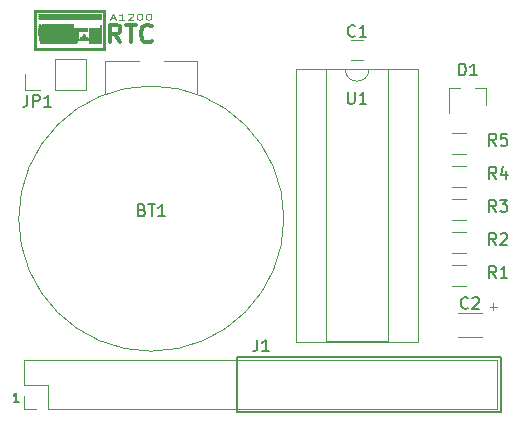
<source format=gto>
G04 #@! TF.GenerationSoftware,KiCad,Pcbnew,5.0.2-bee76a0~70~ubuntu16.04.1*
G04 #@! TF.CreationDate,2019-01-05T22:09:08+01:00*
G04 #@! TF.ProjectId,OpenA1200RTC,4f70656e-4131-4323-9030-5254432e6b69,rev?*
G04 #@! TF.SameCoordinates,Original*
G04 #@! TF.FileFunction,Legend,Top*
G04 #@! TF.FilePolarity,Positive*
%FSLAX46Y46*%
G04 Gerber Fmt 4.6, Leading zero omitted, Abs format (unit mm)*
G04 Created by KiCad (PCBNEW 5.0.2-bee76a0~70~ubuntu16.04.1) date sab 05 gen 2019 22:09:08 CET*
%MOMM*%
%LPD*%
G01*
G04 APERTURE LIST*
%ADD10C,0.150000*%
%ADD11C,0.100000*%
%ADD12C,0.300000*%
%ADD13C,0.200000*%
%ADD14C,0.120000*%
%ADD15C,0.010000*%
G04 APERTURE END LIST*
D10*
X145186400Y-103710400D02*
X167500000Y-103710400D01*
X167500000Y-108350000D02*
X145186400Y-108350000D01*
X145186400Y-103710400D02*
X145186400Y-108350000D01*
X167500000Y-103710400D02*
X167500000Y-108350000D01*
D11*
X134505914Y-74987933D02*
X134886866Y-74987933D01*
X134429723Y-75130790D02*
X134696390Y-74630790D01*
X134963057Y-75130790D01*
X135648771Y-75130790D02*
X135191628Y-75130790D01*
X135420200Y-75130790D02*
X135420200Y-74630790D01*
X135344009Y-74702219D01*
X135267819Y-74749838D01*
X135191628Y-74773647D01*
X135953533Y-74678409D02*
X135991628Y-74654600D01*
X136067819Y-74630790D01*
X136258295Y-74630790D01*
X136334485Y-74654600D01*
X136372580Y-74678409D01*
X136410676Y-74726028D01*
X136410676Y-74773647D01*
X136372580Y-74845076D01*
X135915438Y-75130790D01*
X136410676Y-75130790D01*
X136905914Y-74630790D02*
X136982104Y-74630790D01*
X137058295Y-74654600D01*
X137096390Y-74678409D01*
X137134485Y-74726028D01*
X137172580Y-74821266D01*
X137172580Y-74940314D01*
X137134485Y-75035552D01*
X137096390Y-75083171D01*
X137058295Y-75106980D01*
X136982104Y-75130790D01*
X136905914Y-75130790D01*
X136829723Y-75106980D01*
X136791628Y-75083171D01*
X136753533Y-75035552D01*
X136715438Y-74940314D01*
X136715438Y-74821266D01*
X136753533Y-74726028D01*
X136791628Y-74678409D01*
X136829723Y-74654600D01*
X136905914Y-74630790D01*
X137667819Y-74630790D02*
X137744009Y-74630790D01*
X137820200Y-74654600D01*
X137858295Y-74678409D01*
X137896390Y-74726028D01*
X137934485Y-74821266D01*
X137934485Y-74940314D01*
X137896390Y-75035552D01*
X137858295Y-75083171D01*
X137820200Y-75106980D01*
X137744009Y-75130790D01*
X137667819Y-75130790D01*
X137591628Y-75106980D01*
X137553533Y-75083171D01*
X137515438Y-75035552D01*
X137477342Y-74940314D01*
X137477342Y-74821266D01*
X137515438Y-74726028D01*
X137553533Y-74678409D01*
X137591628Y-74654600D01*
X137667819Y-74630790D01*
D12*
X135312257Y-77056371D02*
X134812257Y-76342085D01*
X134455114Y-77056371D02*
X134455114Y-75556371D01*
X135026542Y-75556371D01*
X135169400Y-75627800D01*
X135240828Y-75699228D01*
X135312257Y-75842085D01*
X135312257Y-76056371D01*
X135240828Y-76199228D01*
X135169400Y-76270657D01*
X135026542Y-76342085D01*
X134455114Y-76342085D01*
X135740828Y-75556371D02*
X136597971Y-75556371D01*
X136169400Y-77056371D02*
X136169400Y-75556371D01*
X137955114Y-76913514D02*
X137883685Y-76984942D01*
X137669400Y-77056371D01*
X137526542Y-77056371D01*
X137312257Y-76984942D01*
X137169400Y-76842085D01*
X137097971Y-76699228D01*
X137026542Y-76413514D01*
X137026542Y-76199228D01*
X137097971Y-75913514D01*
X137169400Y-75770657D01*
X137312257Y-75627800D01*
X137526542Y-75556371D01*
X137669400Y-75556371D01*
X137883685Y-75627800D01*
X137955114Y-75699228D01*
D11*
X166573238Y-99447342D02*
X167182761Y-99447342D01*
X166878000Y-99752104D02*
X166878000Y-99142580D01*
D13*
X126720571Y-107524504D02*
X126263428Y-107524504D01*
X126492000Y-107524504D02*
X126492000Y-106724504D01*
X126415809Y-106838790D01*
X126339619Y-106914980D01*
X126263428Y-106953076D01*
D14*
G04 #@! TO.C,U1*
X160486400Y-79280400D02*
X150206400Y-79280400D01*
X160486400Y-102380400D02*
X160486400Y-79280400D01*
X150206400Y-102380400D02*
X160486400Y-102380400D01*
X150206400Y-79280400D02*
X150206400Y-102380400D01*
X157996400Y-79340400D02*
X156346400Y-79340400D01*
X157996400Y-102320400D02*
X157996400Y-79340400D01*
X152696400Y-102320400D02*
X157996400Y-102320400D01*
X152696400Y-79340400D02*
X152696400Y-102320400D01*
X154346400Y-79340400D02*
X152696400Y-79340400D01*
X156346400Y-79340400D02*
G75*
G02X154346400Y-79340400I-1000000J0D01*
G01*
D15*
G04 #@! TO.C,V2*
G36*
X131651083Y-74642802D02*
X132185753Y-74644800D01*
X132641641Y-74648111D01*
X133017779Y-74652719D01*
X133313196Y-74658610D01*
X133526924Y-74665767D01*
X133657993Y-74674176D01*
X133705434Y-74683821D01*
X133705600Y-74684467D01*
X133663433Y-74694188D01*
X133537577Y-74702675D01*
X133329001Y-74709912D01*
X133038676Y-74715882D01*
X132667569Y-74720571D01*
X132216651Y-74723964D01*
X131686890Y-74726044D01*
X131079255Y-74726797D01*
X131038600Y-74726800D01*
X130426117Y-74726131D01*
X129891447Y-74724133D01*
X129435559Y-74720822D01*
X129059422Y-74716214D01*
X128764004Y-74710323D01*
X128550277Y-74703166D01*
X128419208Y-74694757D01*
X128371766Y-74685112D01*
X128371600Y-74684467D01*
X128413768Y-74674745D01*
X128539624Y-74666258D01*
X128748199Y-74659021D01*
X129038525Y-74653051D01*
X129409631Y-74648362D01*
X129860550Y-74644969D01*
X130390311Y-74642889D01*
X130997945Y-74642136D01*
X131038600Y-74642133D01*
X131651083Y-74642802D01*
X131651083Y-74642802D01*
G37*
X131651083Y-74642802D02*
X132185753Y-74644800D01*
X132641641Y-74648111D01*
X133017779Y-74652719D01*
X133313196Y-74658610D01*
X133526924Y-74665767D01*
X133657993Y-74674176D01*
X133705434Y-74683821D01*
X133705600Y-74684467D01*
X133663433Y-74694188D01*
X133537577Y-74702675D01*
X133329001Y-74709912D01*
X133038676Y-74715882D01*
X132667569Y-74720571D01*
X132216651Y-74723964D01*
X131686890Y-74726044D01*
X131079255Y-74726797D01*
X131038600Y-74726800D01*
X130426117Y-74726131D01*
X129891447Y-74724133D01*
X129435559Y-74720822D01*
X129059422Y-74716214D01*
X128764004Y-74710323D01*
X128550277Y-74703166D01*
X128419208Y-74694757D01*
X128371766Y-74685112D01*
X128371600Y-74684467D01*
X128413768Y-74674745D01*
X128539624Y-74666258D01*
X128748199Y-74659021D01*
X129038525Y-74653051D01*
X129409631Y-74648362D01*
X129860550Y-74644969D01*
X130390311Y-74642889D01*
X130997945Y-74642136D01*
X131038600Y-74642133D01*
X131651083Y-74642802D01*
G36*
X131651083Y-74812136D02*
X132185753Y-74814134D01*
X132641641Y-74817444D01*
X133017779Y-74822053D01*
X133313196Y-74827943D01*
X133526924Y-74835101D01*
X133657993Y-74843510D01*
X133705434Y-74853155D01*
X133705600Y-74853800D01*
X133663433Y-74863522D01*
X133537577Y-74872009D01*
X133329001Y-74879245D01*
X133038676Y-74885215D01*
X132667569Y-74889905D01*
X132216651Y-74893297D01*
X131686890Y-74895377D01*
X131079255Y-74896131D01*
X131038600Y-74896133D01*
X130426117Y-74895464D01*
X129891447Y-74893466D01*
X129435559Y-74890155D01*
X129059422Y-74885547D01*
X128764004Y-74879656D01*
X128550277Y-74872499D01*
X128419208Y-74864090D01*
X128371766Y-74854445D01*
X128371600Y-74853800D01*
X128413768Y-74844078D01*
X128539624Y-74835591D01*
X128748199Y-74828355D01*
X129038525Y-74822384D01*
X129409631Y-74817695D01*
X129860550Y-74814303D01*
X130390311Y-74812222D01*
X130997945Y-74811469D01*
X131038600Y-74811467D01*
X131651083Y-74812136D01*
X131651083Y-74812136D01*
G37*
X131651083Y-74812136D02*
X132185753Y-74814134D01*
X132641641Y-74817444D01*
X133017779Y-74822053D01*
X133313196Y-74827943D01*
X133526924Y-74835101D01*
X133657993Y-74843510D01*
X133705434Y-74853155D01*
X133705600Y-74853800D01*
X133663433Y-74863522D01*
X133537577Y-74872009D01*
X133329001Y-74879245D01*
X133038676Y-74885215D01*
X132667569Y-74889905D01*
X132216651Y-74893297D01*
X131686890Y-74895377D01*
X131079255Y-74896131D01*
X131038600Y-74896133D01*
X130426117Y-74895464D01*
X129891447Y-74893466D01*
X129435559Y-74890155D01*
X129059422Y-74885547D01*
X128764004Y-74879656D01*
X128550277Y-74872499D01*
X128419208Y-74864090D01*
X128371766Y-74854445D01*
X128371600Y-74853800D01*
X128413768Y-74844078D01*
X128539624Y-74835591D01*
X128748199Y-74828355D01*
X129038525Y-74822384D01*
X129409631Y-74817695D01*
X129860550Y-74814303D01*
X130390311Y-74812222D01*
X130997945Y-74811469D01*
X131038600Y-74811467D01*
X131651083Y-74812136D01*
G36*
X131651083Y-74981469D02*
X132185753Y-74983467D01*
X132641641Y-74986778D01*
X133017779Y-74991386D01*
X133313196Y-74997277D01*
X133526924Y-75004434D01*
X133657993Y-75012843D01*
X133705434Y-75022488D01*
X133705600Y-75023133D01*
X133663433Y-75032855D01*
X133537577Y-75041342D01*
X133329001Y-75048578D01*
X133038676Y-75054549D01*
X132667569Y-75059238D01*
X132216651Y-75062630D01*
X131686890Y-75064711D01*
X131079255Y-75065464D01*
X131038600Y-75065467D01*
X130426117Y-75064797D01*
X129891447Y-75062799D01*
X129435559Y-75059489D01*
X129059422Y-75054880D01*
X128764004Y-75048990D01*
X128550277Y-75041832D01*
X128419208Y-75033423D01*
X128371766Y-75023778D01*
X128371600Y-75023133D01*
X128413768Y-75013411D01*
X128539624Y-75004924D01*
X128748199Y-74997688D01*
X129038525Y-74991718D01*
X129409631Y-74987028D01*
X129860550Y-74983636D01*
X130390311Y-74981556D01*
X130997945Y-74980802D01*
X131038600Y-74980800D01*
X131651083Y-74981469D01*
X131651083Y-74981469D01*
G37*
X131651083Y-74981469D02*
X132185753Y-74983467D01*
X132641641Y-74986778D01*
X133017779Y-74991386D01*
X133313196Y-74997277D01*
X133526924Y-75004434D01*
X133657993Y-75012843D01*
X133705434Y-75022488D01*
X133705600Y-75023133D01*
X133663433Y-75032855D01*
X133537577Y-75041342D01*
X133329001Y-75048578D01*
X133038676Y-75054549D01*
X132667569Y-75059238D01*
X132216651Y-75062630D01*
X131686890Y-75064711D01*
X131079255Y-75065464D01*
X131038600Y-75065467D01*
X130426117Y-75064797D01*
X129891447Y-75062799D01*
X129435559Y-75059489D01*
X129059422Y-75054880D01*
X128764004Y-75048990D01*
X128550277Y-75041832D01*
X128419208Y-75033423D01*
X128371766Y-75023778D01*
X128371600Y-75023133D01*
X128413768Y-75013411D01*
X128539624Y-75004924D01*
X128748199Y-74997688D01*
X129038525Y-74991718D01*
X129409631Y-74987028D01*
X129860550Y-74983636D01*
X130390311Y-74981556D01*
X130997945Y-74980802D01*
X131038600Y-74980800D01*
X131651083Y-74981469D01*
G36*
X133673850Y-75587763D02*
X133679168Y-75603215D01*
X133620934Y-75609116D01*
X133560836Y-75602463D01*
X133568017Y-75587763D01*
X133654688Y-75582172D01*
X133673850Y-75587763D01*
X133673850Y-75587763D01*
G37*
X133673850Y-75587763D02*
X133679168Y-75603215D01*
X133620934Y-75609116D01*
X133560836Y-75602463D01*
X133568017Y-75587763D01*
X133654688Y-75582172D01*
X133673850Y-75587763D01*
G36*
X133673850Y-75672430D02*
X133679168Y-75687881D01*
X133620934Y-75693782D01*
X133560836Y-75687130D01*
X133568017Y-75672430D01*
X133654688Y-75666839D01*
X133673850Y-75672430D01*
X133673850Y-75672430D01*
G37*
X133673850Y-75672430D02*
X133679168Y-75687881D01*
X133620934Y-75693782D01*
X133560836Y-75687130D01*
X133568017Y-75672430D01*
X133654688Y-75666839D01*
X133673850Y-75672430D01*
G36*
X133673850Y-75757097D02*
X133679168Y-75772548D01*
X133620934Y-75778449D01*
X133560836Y-75771796D01*
X133568017Y-75757097D01*
X133654688Y-75751505D01*
X133673850Y-75757097D01*
X133673850Y-75757097D01*
G37*
X133673850Y-75757097D02*
X133679168Y-75772548D01*
X133620934Y-75778449D01*
X133560836Y-75771796D01*
X133568017Y-75757097D01*
X133654688Y-75751505D01*
X133673850Y-75757097D01*
G36*
X131334934Y-75785133D02*
X130064934Y-75785133D01*
X130064934Y-75531133D01*
X131334934Y-75531133D01*
X131334934Y-75785133D01*
X131334934Y-75785133D01*
G37*
X131334934Y-75785133D02*
X130064934Y-75785133D01*
X130064934Y-75531133D01*
X131334934Y-75531133D01*
X131334934Y-75785133D01*
G36*
X129980267Y-75785133D02*
X128710267Y-75785133D01*
X128710267Y-75531133D01*
X129980267Y-75531133D01*
X129980267Y-75785133D01*
X129980267Y-75785133D01*
G37*
X129980267Y-75785133D02*
X128710267Y-75785133D01*
X128710267Y-75531133D01*
X129980267Y-75531133D01*
X129980267Y-75785133D01*
G36*
X128588554Y-75541623D02*
X128621709Y-75591103D01*
X128625600Y-75658133D01*
X128615111Y-75748087D01*
X128565630Y-75781242D01*
X128498600Y-75785133D01*
X128408646Y-75774644D01*
X128375491Y-75725163D01*
X128371600Y-75658133D01*
X128382090Y-75568179D01*
X128431570Y-75535024D01*
X128498600Y-75531133D01*
X128588554Y-75541623D01*
X128588554Y-75541623D01*
G37*
X128588554Y-75541623D02*
X128621709Y-75591103D01*
X128625600Y-75658133D01*
X128615111Y-75748087D01*
X128565630Y-75781242D01*
X128498600Y-75785133D01*
X128408646Y-75774644D01*
X128375491Y-75725163D01*
X128371600Y-75658133D01*
X128382090Y-75568179D01*
X128431570Y-75535024D01*
X128498600Y-75531133D01*
X128588554Y-75541623D01*
G36*
X132520267Y-76123800D02*
X131842934Y-76123800D01*
X131842934Y-75869800D01*
X132520267Y-75869800D01*
X132520267Y-76123800D01*
X132520267Y-76123800D01*
G37*
X132520267Y-76123800D02*
X131842934Y-76123800D01*
X131842934Y-75869800D01*
X132520267Y-75869800D01*
X132520267Y-76123800D01*
G36*
X132313888Y-76388289D02*
X132347043Y-76437770D01*
X132350934Y-76504800D01*
X132361423Y-76594754D01*
X132410903Y-76627909D01*
X132477934Y-76631800D01*
X132567888Y-76642289D01*
X132601043Y-76691770D01*
X132604934Y-76758800D01*
X132604934Y-76885800D01*
X131842934Y-76885800D01*
X131842934Y-76758800D01*
X131853423Y-76668846D01*
X131902903Y-76635691D01*
X131969934Y-76631800D01*
X132059888Y-76621310D01*
X132093043Y-76571830D01*
X132096934Y-76504800D01*
X132107423Y-76414846D01*
X132156903Y-76381691D01*
X132223934Y-76377800D01*
X132313888Y-76388289D01*
X132313888Y-76388289D01*
G37*
X132313888Y-76388289D02*
X132347043Y-76437770D01*
X132350934Y-76504800D01*
X132361423Y-76594754D01*
X132410903Y-76627909D01*
X132477934Y-76631800D01*
X132567888Y-76642289D01*
X132601043Y-76691770D01*
X132604934Y-76758800D01*
X132604934Y-76885800D01*
X131842934Y-76885800D01*
X131842934Y-76758800D01*
X131853423Y-76668846D01*
X131902903Y-76635691D01*
X131969934Y-76631800D01*
X132059888Y-76621310D01*
X132093043Y-76571830D01*
X132096934Y-76504800D01*
X132107423Y-76414846D01*
X132156903Y-76381691D01*
X132223934Y-76377800D01*
X132313888Y-76388289D01*
G36*
X133705600Y-77139800D02*
X132689600Y-77139800D01*
X132689600Y-75869800D01*
X133705600Y-75869800D01*
X133705600Y-77139800D01*
X133705600Y-77139800D01*
G37*
X133705600Y-77139800D02*
X132689600Y-77139800D01*
X132689600Y-75869800D01*
X133705600Y-75869800D01*
X133705600Y-77139800D01*
G36*
X131758267Y-76377800D02*
X131757436Y-76592241D01*
X131753385Y-76736050D01*
X131743775Y-76823259D01*
X131726269Y-76867897D01*
X131698526Y-76883995D01*
X131673600Y-76885800D01*
X131611627Y-76905758D01*
X131589807Y-76980016D01*
X131588934Y-77012800D01*
X131588934Y-77139800D01*
X128540934Y-77139800D01*
X128540934Y-77012800D01*
X128527628Y-76919840D01*
X128478123Y-76887110D01*
X128456267Y-76885800D01*
X128420527Y-76880816D01*
X128396558Y-76856510D01*
X128382024Y-76798851D01*
X128374584Y-76693810D01*
X128371901Y-76527355D01*
X128371600Y-76377800D01*
X128371600Y-75869800D01*
X131758267Y-75869800D01*
X131758267Y-76377800D01*
X131758267Y-76377800D01*
G37*
X131758267Y-76377800D02*
X131757436Y-76592241D01*
X131753385Y-76736050D01*
X131743775Y-76823259D01*
X131726269Y-76867897D01*
X131698526Y-76883995D01*
X131673600Y-76885800D01*
X131611627Y-76905758D01*
X131589807Y-76980016D01*
X131588934Y-77012800D01*
X131588934Y-77139800D01*
X128540934Y-77139800D01*
X128540934Y-77012800D01*
X128527628Y-76919840D01*
X128478123Y-76887110D01*
X128456267Y-76885800D01*
X128420527Y-76880816D01*
X128396558Y-76856510D01*
X128382024Y-76798851D01*
X128374584Y-76693810D01*
X128371901Y-76527355D01*
X128371600Y-76377800D01*
X128371600Y-75869800D01*
X131758267Y-75869800D01*
X131758267Y-76377800D01*
G36*
X134044267Y-77732467D02*
X128032934Y-77732467D01*
X128032934Y-74472800D01*
X128202267Y-74472800D01*
X128202267Y-77563133D01*
X133874934Y-77563133D01*
X133874934Y-74472800D01*
X128202267Y-74472800D01*
X128032934Y-74472800D01*
X128032934Y-74303467D01*
X134044267Y-74303467D01*
X134044267Y-77732467D01*
X134044267Y-77732467D01*
G37*
X134044267Y-77732467D02*
X128032934Y-77732467D01*
X128032934Y-74472800D01*
X128202267Y-74472800D01*
X128202267Y-77563133D01*
X133874934Y-77563133D01*
X133874934Y-74472800D01*
X128202267Y-74472800D01*
X128032934Y-74472800D01*
X128032934Y-74303467D01*
X134044267Y-74303467D01*
X134044267Y-77732467D01*
D14*
G04 #@! TO.C,JP1*
X127194000Y-81086000D02*
X127194000Y-79756000D01*
X128524000Y-81086000D02*
X127194000Y-81086000D01*
X129794000Y-81086000D02*
X129794000Y-78426000D01*
X129794000Y-78426000D02*
X132394000Y-78426000D01*
X129794000Y-81086000D02*
X132394000Y-81086000D01*
X132394000Y-81086000D02*
X132394000Y-78426000D01*
G04 #@! TO.C,C1*
X154846400Y-78574000D02*
X155846400Y-78574000D01*
X155846400Y-76874000D02*
X154846400Y-76874000D01*
G04 #@! TO.C,C2*
X165896800Y-99945000D02*
X163896800Y-99945000D01*
X163896800Y-101985000D02*
X165896800Y-101985000D01*
G04 #@! TO.C,R5*
X163382400Y-84718000D02*
X164582400Y-84718000D01*
X164582400Y-86478000D02*
X163382400Y-86478000D01*
G04 #@! TO.C,R4*
X164582400Y-89278000D02*
X163382400Y-89278000D01*
X163382400Y-87518000D02*
X164582400Y-87518000D01*
G04 #@! TO.C,R3*
X163382400Y-90318000D02*
X164582400Y-90318000D01*
X164582400Y-92078000D02*
X163382400Y-92078000D01*
G04 #@! TO.C,R2*
X164582400Y-94878000D02*
X163382400Y-94878000D01*
X163382400Y-93118000D02*
X164582400Y-93118000D01*
G04 #@! TO.C,R1*
X163382400Y-95918000D02*
X164582400Y-95918000D01*
X164582400Y-97678000D02*
X163382400Y-97678000D01*
D11*
G04 #@! TO.C,BT1*
X141833600Y-78663800D02*
X138988800Y-78663800D01*
X134010400Y-78663800D02*
X136855200Y-78663800D01*
X141833600Y-81407000D02*
X141833600Y-78663800D01*
X134010400Y-81407000D02*
X134010400Y-78663800D01*
X149148800Y-91973400D02*
G75*
G03X149148800Y-91973400I-11226800J0D01*
G01*
D14*
G04 #@! TO.C,J1*
X127108400Y-108082900D02*
X127108400Y-107022900D01*
X128168400Y-108082900D02*
X127108400Y-108082900D01*
X127108400Y-106022900D02*
X127108400Y-103962900D01*
X129168400Y-106022900D02*
X127108400Y-106022900D01*
X129168400Y-108082900D02*
X129168400Y-106022900D01*
X127108400Y-103962900D02*
X167228400Y-103962900D01*
X129168400Y-108082900D02*
X167228400Y-108082900D01*
X167228400Y-108082900D02*
X167228400Y-103962900D01*
G04 #@! TO.C,D1*
X166299000Y-80910400D02*
X166299000Y-82370400D01*
X163139000Y-80910400D02*
X163139000Y-83070400D01*
X163139000Y-80910400D02*
X164069000Y-80910400D01*
X166299000Y-80910400D02*
X165369000Y-80910400D01*
G04 #@! TO.C,U1*
D10*
X154559095Y-81240380D02*
X154559095Y-82049904D01*
X154606714Y-82145142D01*
X154654333Y-82192761D01*
X154749571Y-82240380D01*
X154940047Y-82240380D01*
X155035285Y-82192761D01*
X155082904Y-82145142D01*
X155130523Y-82049904D01*
X155130523Y-81240380D01*
X156130523Y-82240380D02*
X155559095Y-82240380D01*
X155844809Y-82240380D02*
X155844809Y-81240380D01*
X155749571Y-81383238D01*
X155654333Y-81478476D01*
X155559095Y-81526095D01*
G04 #@! TO.C,JP1*
X127436666Y-81494380D02*
X127436666Y-82208666D01*
X127389047Y-82351523D01*
X127293809Y-82446761D01*
X127150952Y-82494380D01*
X127055714Y-82494380D01*
X127912857Y-82494380D02*
X127912857Y-81494380D01*
X128293809Y-81494380D01*
X128389047Y-81542000D01*
X128436666Y-81589619D01*
X128484285Y-81684857D01*
X128484285Y-81827714D01*
X128436666Y-81922952D01*
X128389047Y-81970571D01*
X128293809Y-82018190D01*
X127912857Y-82018190D01*
X129436666Y-82494380D02*
X128865238Y-82494380D01*
X129150952Y-82494380D02*
X129150952Y-81494380D01*
X129055714Y-81637238D01*
X128960476Y-81732476D01*
X128865238Y-81780095D01*
G04 #@! TO.C,C1*
X155179733Y-76493642D02*
X155132114Y-76541261D01*
X154989257Y-76588880D01*
X154894019Y-76588880D01*
X154751161Y-76541261D01*
X154655923Y-76446023D01*
X154608304Y-76350785D01*
X154560685Y-76160309D01*
X154560685Y-76017452D01*
X154608304Y-75826976D01*
X154655923Y-75731738D01*
X154751161Y-75636500D01*
X154894019Y-75588880D01*
X154989257Y-75588880D01*
X155132114Y-75636500D01*
X155179733Y-75684119D01*
X156132114Y-76588880D02*
X155560685Y-76588880D01*
X155846400Y-76588880D02*
X155846400Y-75588880D01*
X155751161Y-75731738D01*
X155655923Y-75826976D01*
X155560685Y-75874595D01*
G04 #@! TO.C,C2*
X164730133Y-99518742D02*
X164682514Y-99566361D01*
X164539657Y-99613980D01*
X164444419Y-99613980D01*
X164301561Y-99566361D01*
X164206323Y-99471123D01*
X164158704Y-99375885D01*
X164111085Y-99185409D01*
X164111085Y-99042552D01*
X164158704Y-98852076D01*
X164206323Y-98756838D01*
X164301561Y-98661600D01*
X164444419Y-98613980D01*
X164539657Y-98613980D01*
X164682514Y-98661600D01*
X164730133Y-98709219D01*
X165111085Y-98709219D02*
X165158704Y-98661600D01*
X165253942Y-98613980D01*
X165492038Y-98613980D01*
X165587276Y-98661600D01*
X165634895Y-98709219D01*
X165682514Y-98804457D01*
X165682514Y-98899695D01*
X165634895Y-99042552D01*
X165063466Y-99613980D01*
X165682514Y-99613980D01*
G04 #@! TO.C,R5*
X167117733Y-85796380D02*
X166784400Y-85320190D01*
X166546304Y-85796380D02*
X166546304Y-84796380D01*
X166927257Y-84796380D01*
X167022495Y-84844000D01*
X167070114Y-84891619D01*
X167117733Y-84986857D01*
X167117733Y-85129714D01*
X167070114Y-85224952D01*
X167022495Y-85272571D01*
X166927257Y-85320190D01*
X166546304Y-85320190D01*
X168022495Y-84796380D02*
X167546304Y-84796380D01*
X167498685Y-85272571D01*
X167546304Y-85224952D01*
X167641542Y-85177333D01*
X167879638Y-85177333D01*
X167974876Y-85224952D01*
X168022495Y-85272571D01*
X168070114Y-85367809D01*
X168070114Y-85605904D01*
X168022495Y-85701142D01*
X167974876Y-85748761D01*
X167879638Y-85796380D01*
X167641542Y-85796380D01*
X167546304Y-85748761D01*
X167498685Y-85701142D01*
G04 #@! TO.C,R4*
X167117733Y-88596380D02*
X166784400Y-88120190D01*
X166546304Y-88596380D02*
X166546304Y-87596380D01*
X166927257Y-87596380D01*
X167022495Y-87644000D01*
X167070114Y-87691619D01*
X167117733Y-87786857D01*
X167117733Y-87929714D01*
X167070114Y-88024952D01*
X167022495Y-88072571D01*
X166927257Y-88120190D01*
X166546304Y-88120190D01*
X167974876Y-87929714D02*
X167974876Y-88596380D01*
X167736780Y-87548761D02*
X167498685Y-88263047D01*
X168117733Y-88263047D01*
G04 #@! TO.C,R3*
X167117733Y-91396380D02*
X166784400Y-90920190D01*
X166546304Y-91396380D02*
X166546304Y-90396380D01*
X166927257Y-90396380D01*
X167022495Y-90444000D01*
X167070114Y-90491619D01*
X167117733Y-90586857D01*
X167117733Y-90729714D01*
X167070114Y-90824952D01*
X167022495Y-90872571D01*
X166927257Y-90920190D01*
X166546304Y-90920190D01*
X167451066Y-90396380D02*
X168070114Y-90396380D01*
X167736780Y-90777333D01*
X167879638Y-90777333D01*
X167974876Y-90824952D01*
X168022495Y-90872571D01*
X168070114Y-90967809D01*
X168070114Y-91205904D01*
X168022495Y-91301142D01*
X167974876Y-91348761D01*
X167879638Y-91396380D01*
X167593923Y-91396380D01*
X167498685Y-91348761D01*
X167451066Y-91301142D01*
G04 #@! TO.C,R2*
X167117733Y-94196380D02*
X166784400Y-93720190D01*
X166546304Y-94196380D02*
X166546304Y-93196380D01*
X166927257Y-93196380D01*
X167022495Y-93244000D01*
X167070114Y-93291619D01*
X167117733Y-93386857D01*
X167117733Y-93529714D01*
X167070114Y-93624952D01*
X167022495Y-93672571D01*
X166927257Y-93720190D01*
X166546304Y-93720190D01*
X167498685Y-93291619D02*
X167546304Y-93244000D01*
X167641542Y-93196380D01*
X167879638Y-93196380D01*
X167974876Y-93244000D01*
X168022495Y-93291619D01*
X168070114Y-93386857D01*
X168070114Y-93482095D01*
X168022495Y-93624952D01*
X167451066Y-94196380D01*
X168070114Y-94196380D01*
G04 #@! TO.C,R1*
X167117733Y-96996380D02*
X166784400Y-96520190D01*
X166546304Y-96996380D02*
X166546304Y-95996380D01*
X166927257Y-95996380D01*
X167022495Y-96044000D01*
X167070114Y-96091619D01*
X167117733Y-96186857D01*
X167117733Y-96329714D01*
X167070114Y-96424952D01*
X167022495Y-96472571D01*
X166927257Y-96520190D01*
X166546304Y-96520190D01*
X168070114Y-96996380D02*
X167498685Y-96996380D01*
X167784400Y-96996380D02*
X167784400Y-95996380D01*
X167689161Y-96139238D01*
X167593923Y-96234476D01*
X167498685Y-96282095D01*
G04 #@! TO.C,BT1*
X137136285Y-91241571D02*
X137279142Y-91289190D01*
X137326761Y-91336809D01*
X137374380Y-91432047D01*
X137374380Y-91574904D01*
X137326761Y-91670142D01*
X137279142Y-91717761D01*
X137183904Y-91765380D01*
X136802952Y-91765380D01*
X136802952Y-90765380D01*
X137136285Y-90765380D01*
X137231523Y-90813000D01*
X137279142Y-90860619D01*
X137326761Y-90955857D01*
X137326761Y-91051095D01*
X137279142Y-91146333D01*
X137231523Y-91193952D01*
X137136285Y-91241571D01*
X136802952Y-91241571D01*
X137660095Y-90765380D02*
X138231523Y-90765380D01*
X137945809Y-91765380D02*
X137945809Y-90765380D01*
X139088666Y-91765380D02*
X138517238Y-91765380D01*
X138802952Y-91765380D02*
X138802952Y-90765380D01*
X138707714Y-90908238D01*
X138612476Y-91003476D01*
X138517238Y-91051095D01*
G04 #@! TO.C,J1*
X146885066Y-102220780D02*
X146885066Y-102935066D01*
X146837447Y-103077923D01*
X146742209Y-103173161D01*
X146599352Y-103220780D01*
X146504114Y-103220780D01*
X147885066Y-103220780D02*
X147313638Y-103220780D01*
X147599352Y-103220780D02*
X147599352Y-102220780D01*
X147504114Y-102363638D01*
X147408876Y-102458876D01*
X147313638Y-102506495D01*
G04 #@! TO.C,D1*
X163980904Y-79852780D02*
X163980904Y-78852780D01*
X164219000Y-78852780D01*
X164361857Y-78900400D01*
X164457095Y-78995638D01*
X164504714Y-79090876D01*
X164552333Y-79281352D01*
X164552333Y-79424209D01*
X164504714Y-79614685D01*
X164457095Y-79709923D01*
X164361857Y-79805161D01*
X164219000Y-79852780D01*
X163980904Y-79852780D01*
X165504714Y-79852780D02*
X164933285Y-79852780D01*
X165219000Y-79852780D02*
X165219000Y-78852780D01*
X165123761Y-78995638D01*
X165028523Y-79090876D01*
X164933285Y-79138495D01*
G04 #@! TD*
M02*

</source>
